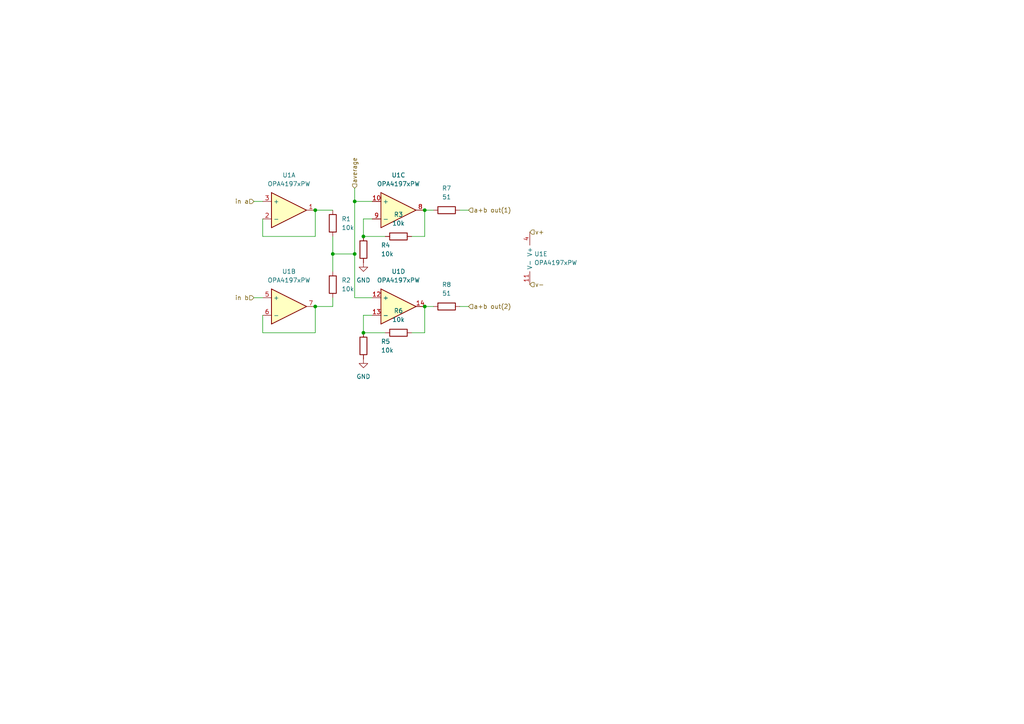
<source format=kicad_sch>
(kicad_sch (version 20230121) (generator eeschema)

  (uuid 2bea21e1-5294-43ad-95b6-b629fa49d680)

  (paper "A4")

  (lib_symbols
    (symbol "Amplifier_Operational:OPA4197xPW" (in_bom yes) (on_board yes)
      (property "Reference" "U" (at 0 3.81 0)
        (effects (font (size 1.27 1.27)) (justify left))
      )
      (property "Value" "OPA4197xPW" (at 0 -3.81 0)
        (effects (font (size 1.27 1.27)) (justify left))
      )
      (property "Footprint" "Package_SO:TSSOP-14_4.4x5mm_P0.65mm" (at 0 0 0)
        (effects (font (size 1.27 1.27)) hide)
      )
      (property "Datasheet" "http://www.ti.com/lit/ds/symlink/opa4197.pdf" (at 0 0 0)
        (effects (font (size 1.27 1.27)) hide)
      )
      (property "ki_locked" "" (at 0 0 0)
        (effects (font (size 1.27 1.27)))
      )
      (property "ki_keywords" "quad opamp rtor" (at 0 0 0)
        (effects (font (size 1.27 1.27)) hide)
      )
      (property "ki_description" "Quad 36V, Precision, Rail-to-Rail Input/Output, Low Offset Voltage, Operational Amplifier, TSSOP-14" (at 0 0 0)
        (effects (font (size 1.27 1.27)) hide)
      )
      (property "ki_fp_filters" "TSSOP*4.4x5mm*P0.65mm*" (at 0 0 0)
        (effects (font (size 1.27 1.27)) hide)
      )
      (symbol "OPA4197xPW_1_1"
        (polyline
          (pts
            (xy -5.08 5.08)
            (xy 5.08 0)
            (xy -5.08 -5.08)
            (xy -5.08 5.08)
          )
          (stroke (width 0.254) (type default))
          (fill (type background))
        )
        (pin output line (at 7.62 0 180) (length 2.54)
          (name "~" (effects (font (size 1.27 1.27))))
          (number "1" (effects (font (size 1.27 1.27))))
        )
        (pin input line (at -7.62 -2.54 0) (length 2.54)
          (name "-" (effects (font (size 1.27 1.27))))
          (number "2" (effects (font (size 1.27 1.27))))
        )
        (pin input line (at -7.62 2.54 0) (length 2.54)
          (name "+" (effects (font (size 1.27 1.27))))
          (number "3" (effects (font (size 1.27 1.27))))
        )
      )
      (symbol "OPA4197xPW_2_1"
        (polyline
          (pts
            (xy -5.08 5.08)
            (xy 5.08 0)
            (xy -5.08 -5.08)
            (xy -5.08 5.08)
          )
          (stroke (width 0.254) (type default))
          (fill (type background))
        )
        (pin input line (at -7.62 2.54 0) (length 2.54)
          (name "+" (effects (font (size 1.27 1.27))))
          (number "5" (effects (font (size 1.27 1.27))))
        )
        (pin input line (at -7.62 -2.54 0) (length 2.54)
          (name "-" (effects (font (size 1.27 1.27))))
          (number "6" (effects (font (size 1.27 1.27))))
        )
        (pin output line (at 7.62 0 180) (length 2.54)
          (name "~" (effects (font (size 1.27 1.27))))
          (number "7" (effects (font (size 1.27 1.27))))
        )
      )
      (symbol "OPA4197xPW_3_1"
        (polyline
          (pts
            (xy -5.08 5.08)
            (xy 5.08 0)
            (xy -5.08 -5.08)
            (xy -5.08 5.08)
          )
          (stroke (width 0.254) (type default))
          (fill (type background))
        )
        (pin input line (at -7.62 2.54 0) (length 2.54)
          (name "+" (effects (font (size 1.27 1.27))))
          (number "10" (effects (font (size 1.27 1.27))))
        )
        (pin output line (at 7.62 0 180) (length 2.54)
          (name "~" (effects (font (size 1.27 1.27))))
          (number "8" (effects (font (size 1.27 1.27))))
        )
        (pin input line (at -7.62 -2.54 0) (length 2.54)
          (name "-" (effects (font (size 1.27 1.27))))
          (number "9" (effects (font (size 1.27 1.27))))
        )
      )
      (symbol "OPA4197xPW_4_1"
        (polyline
          (pts
            (xy -5.08 5.08)
            (xy 5.08 0)
            (xy -5.08 -5.08)
            (xy -5.08 5.08)
          )
          (stroke (width 0.254) (type default))
          (fill (type background))
        )
        (pin input line (at -7.62 2.54 0) (length 2.54)
          (name "+" (effects (font (size 1.27 1.27))))
          (number "12" (effects (font (size 1.27 1.27))))
        )
        (pin input line (at -7.62 -2.54 0) (length 2.54)
          (name "-" (effects (font (size 1.27 1.27))))
          (number "13" (effects (font (size 1.27 1.27))))
        )
        (pin output line (at 7.62 0 180) (length 2.54)
          (name "~" (effects (font (size 1.27 1.27))))
          (number "14" (effects (font (size 1.27 1.27))))
        )
      )
      (symbol "OPA4197xPW_5_1"
        (pin power_in line (at -2.54 -7.62 90) (length 3.81)
          (name "V-" (effects (font (size 1.27 1.27))))
          (number "11" (effects (font (size 1.27 1.27))))
        )
        (pin power_in line (at -2.54 7.62 270) (length 3.81)
          (name "V+" (effects (font (size 1.27 1.27))))
          (number "4" (effects (font (size 1.27 1.27))))
        )
      )
    )
    (symbol "Device:R" (pin_numbers hide) (pin_names (offset 0)) (in_bom yes) (on_board yes)
      (property "Reference" "R" (at 2.032 0 90)
        (effects (font (size 1.27 1.27)))
      )
      (property "Value" "R" (at 0 0 90)
        (effects (font (size 1.27 1.27)))
      )
      (property "Footprint" "" (at -1.778 0 90)
        (effects (font (size 1.27 1.27)) hide)
      )
      (property "Datasheet" "~" (at 0 0 0)
        (effects (font (size 1.27 1.27)) hide)
      )
      (property "ki_keywords" "R res resistor" (at 0 0 0)
        (effects (font (size 1.27 1.27)) hide)
      )
      (property "ki_description" "Resistor" (at 0 0 0)
        (effects (font (size 1.27 1.27)) hide)
      )
      (property "ki_fp_filters" "R_*" (at 0 0 0)
        (effects (font (size 1.27 1.27)) hide)
      )
      (symbol "R_0_1"
        (rectangle (start -1.016 -2.54) (end 1.016 2.54)
          (stroke (width 0.254) (type default))
          (fill (type none))
        )
      )
      (symbol "R_1_1"
        (pin passive line (at 0 3.81 270) (length 1.27)
          (name "~" (effects (font (size 1.27 1.27))))
          (number "1" (effects (font (size 1.27 1.27))))
        )
        (pin passive line (at 0 -3.81 90) (length 1.27)
          (name "~" (effects (font (size 1.27 1.27))))
          (number "2" (effects (font (size 1.27 1.27))))
        )
      )
    )
    (symbol "power:GND" (power) (pin_names (offset 0)) (in_bom yes) (on_board yes)
      (property "Reference" "#PWR" (at 0 -6.35 0)
        (effects (font (size 1.27 1.27)) hide)
      )
      (property "Value" "GND" (at 0 -3.81 0)
        (effects (font (size 1.27 1.27)))
      )
      (property "Footprint" "" (at 0 0 0)
        (effects (font (size 1.27 1.27)) hide)
      )
      (property "Datasheet" "" (at 0 0 0)
        (effects (font (size 1.27 1.27)) hide)
      )
      (property "ki_keywords" "global power" (at 0 0 0)
        (effects (font (size 1.27 1.27)) hide)
      )
      (property "ki_description" "Power symbol creates a global label with name \"GND\" , ground" (at 0 0 0)
        (effects (font (size 1.27 1.27)) hide)
      )
      (symbol "GND_0_1"
        (polyline
          (pts
            (xy 0 0)
            (xy 0 -1.27)
            (xy 1.27 -1.27)
            (xy 0 -2.54)
            (xy -1.27 -1.27)
            (xy 0 -1.27)
          )
          (stroke (width 0) (type default))
          (fill (type none))
        )
      )
      (symbol "GND_1_1"
        (pin power_in line (at 0 0 270) (length 0) hide
          (name "GND" (effects (font (size 1.27 1.27))))
          (number "1" (effects (font (size 1.27 1.27))))
        )
      )
    )
  )

  (junction (at 105.41 68.58) (diameter 0) (color 0 0 0 0)
    (uuid 00b8d61a-bb42-40c9-8eb5-8ea60b458e21)
  )
  (junction (at 96.52 73.66) (diameter 0) (color 0 0 0 0)
    (uuid 3334edd3-7fbd-4a09-944e-1cd3f3dcc2cb)
  )
  (junction (at 123.19 88.9) (diameter 0) (color 0 0 0 0)
    (uuid 43bd4dd2-abdf-470c-b944-9342d9e5ae0e)
  )
  (junction (at 102.87 73.66) (diameter 0) (color 0 0 0 0)
    (uuid 6aeef004-2a37-4243-95ac-6444707cf98a)
  )
  (junction (at 91.44 88.9) (diameter 0) (color 0 0 0 0)
    (uuid 79faa49e-211d-4619-acb5-8db299e26726)
  )
  (junction (at 123.19 60.96) (diameter 0) (color 0 0 0 0)
    (uuid 8856349b-71d7-48b5-9472-1d864a730623)
  )
  (junction (at 102.87 58.42) (diameter 0) (color 0 0 0 0)
    (uuid 9d918ee7-8ddd-4ff0-8783-28e9381f462b)
  )
  (junction (at 91.44 60.96) (diameter 0) (color 0 0 0 0)
    (uuid ca6b7ac3-bae2-4731-ab0b-b71c067853f7)
  )
  (junction (at 105.41 96.52) (diameter 0) (color 0 0 0 0)
    (uuid cea502ce-f9af-4960-b4fd-b4130a7c55ed)
  )

  (wire (pts (xy 119.38 68.58) (xy 123.19 68.58))
    (stroke (width 0) (type default))
    (uuid 0071c6e4-8955-4709-a3cb-5406752744d1)
  )
  (wire (pts (xy 102.87 58.42) (xy 102.87 73.66))
    (stroke (width 0) (type default))
    (uuid 019479b6-b8ef-41b1-acd4-afa993f52c9e)
  )
  (wire (pts (xy 91.44 68.58) (xy 91.44 60.96))
    (stroke (width 0) (type default))
    (uuid 127cf926-3e71-4737-b576-092429596117)
  )
  (wire (pts (xy 91.44 96.52) (xy 91.44 88.9))
    (stroke (width 0) (type default))
    (uuid 22350d1d-b874-4a93-b253-811508870488)
  )
  (wire (pts (xy 91.44 88.9) (xy 96.52 88.9))
    (stroke (width 0) (type default))
    (uuid 32483946-a525-428c-9531-548f9a71ba6d)
  )
  (wire (pts (xy 123.19 96.52) (xy 123.19 88.9))
    (stroke (width 0) (type default))
    (uuid 3637e82b-2ee1-4247-b184-8ddacbd9505a)
  )
  (wire (pts (xy 76.2 63.5) (xy 76.2 68.58))
    (stroke (width 0) (type default))
    (uuid 3afa37ac-1c35-4d0f-b5ff-6c7c13e4cb30)
  )
  (wire (pts (xy 96.52 88.9) (xy 96.52 86.36))
    (stroke (width 0) (type default))
    (uuid 4316515b-9596-416b-8c85-d730221b04e2)
  )
  (wire (pts (xy 91.44 60.96) (xy 96.52 60.96))
    (stroke (width 0) (type default))
    (uuid 489bfb88-6e43-4ba7-9361-77631f9dddaf)
  )
  (wire (pts (xy 107.95 63.5) (xy 105.41 63.5))
    (stroke (width 0) (type default))
    (uuid 48a18e80-ba51-48ed-9097-22b98e9db4e5)
  )
  (wire (pts (xy 105.41 68.58) (xy 111.76 68.58))
    (stroke (width 0) (type default))
    (uuid 491aadb1-c49b-439e-8e3c-9df2d27b9d2c)
  )
  (wire (pts (xy 123.19 60.96) (xy 123.19 68.58))
    (stroke (width 0) (type default))
    (uuid 4b0d7b85-3166-4647-bf17-c139b8eba6b9)
  )
  (wire (pts (xy 73.66 86.36) (xy 76.2 86.36))
    (stroke (width 0) (type default))
    (uuid 4fa086bb-9660-4bca-ba4f-17962bbd60cb)
  )
  (wire (pts (xy 96.52 73.66) (xy 96.52 78.74))
    (stroke (width 0) (type default))
    (uuid 5fc25b6c-1866-46d3-826e-7094de2f372a)
  )
  (wire (pts (xy 135.89 88.9) (xy 133.35 88.9))
    (stroke (width 0) (type default))
    (uuid 6533b4b5-d1e8-462a-bcd0-cc7058115fd5)
  )
  (wire (pts (xy 96.52 68.58) (xy 96.52 73.66))
    (stroke (width 0) (type default))
    (uuid 71112b07-8805-46e2-a747-28db1b3dd43c)
  )
  (wire (pts (xy 102.87 73.66) (xy 102.87 86.36))
    (stroke (width 0) (type default))
    (uuid 765c1727-c43e-4aa3-b406-cfa7dfa617ae)
  )
  (wire (pts (xy 105.41 96.52) (xy 111.76 96.52))
    (stroke (width 0) (type default))
    (uuid 766fc0a7-1bed-4a9a-9fb0-b98d458bf573)
  )
  (wire (pts (xy 73.66 58.42) (xy 76.2 58.42))
    (stroke (width 0) (type default))
    (uuid 801777ba-3ee9-42cb-8168-04dd5df22f78)
  )
  (wire (pts (xy 107.95 91.44) (xy 105.41 91.44))
    (stroke (width 0) (type default))
    (uuid a07cb2d2-304c-44a1-8193-ce34cc81cf92)
  )
  (wire (pts (xy 76.2 68.58) (xy 91.44 68.58))
    (stroke (width 0) (type default))
    (uuid a284ec91-c116-4510-89d8-6a4c23724f43)
  )
  (wire (pts (xy 135.89 60.96) (xy 133.35 60.96))
    (stroke (width 0) (type default))
    (uuid a6716d03-f82e-4af7-bae8-311bc19b9a0d)
  )
  (wire (pts (xy 76.2 91.44) (xy 76.2 96.52))
    (stroke (width 0) (type default))
    (uuid abf7a5c7-b266-446d-b39e-dc8c0fbdda68)
  )
  (wire (pts (xy 102.87 54.61) (xy 102.87 58.42))
    (stroke (width 0) (type default))
    (uuid b03cc654-9309-4ccf-9ea3-c96bd70c8eee)
  )
  (wire (pts (xy 119.38 96.52) (xy 123.19 96.52))
    (stroke (width 0) (type default))
    (uuid ba4642df-e58c-4a8b-9659-9619c0a3d52e)
  )
  (wire (pts (xy 105.41 63.5) (xy 105.41 68.58))
    (stroke (width 0) (type default))
    (uuid bbe1d955-e85e-4534-820b-5c81e38c3920)
  )
  (wire (pts (xy 125.73 60.96) (xy 123.19 60.96))
    (stroke (width 0) (type default))
    (uuid cd7416e3-d418-46e3-b809-7d1b73db3800)
  )
  (wire (pts (xy 102.87 86.36) (xy 107.95 86.36))
    (stroke (width 0) (type default))
    (uuid da1c88ce-9cc9-498b-ab5d-465175baad59)
  )
  (wire (pts (xy 76.2 96.52) (xy 91.44 96.52))
    (stroke (width 0) (type default))
    (uuid dd0e3074-2534-4839-8c0f-9bbde897fd77)
  )
  (wire (pts (xy 105.41 91.44) (xy 105.41 96.52))
    (stroke (width 0) (type default))
    (uuid e4cd0df4-784e-4d2a-a8b8-b8433d993bc1)
  )
  (wire (pts (xy 102.87 58.42) (xy 107.95 58.42))
    (stroke (width 0) (type default))
    (uuid e6b248e1-cf3a-4a6c-a5af-6f29ac350926)
  )
  (wire (pts (xy 96.52 73.66) (xy 102.87 73.66))
    (stroke (width 0) (type default))
    (uuid e93b3cd9-aa0b-41b8-a967-a806af7f0332)
  )
  (wire (pts (xy 125.73 88.9) (xy 123.19 88.9))
    (stroke (width 0) (type default))
    (uuid f04b0896-b0f5-4970-ad9c-6cd483cdb3db)
  )

  (hierarchical_label "average" (shape input) (at 102.87 54.61 90) (fields_autoplaced)
    (effects (font (size 1.27 1.27)) (justify left))
    (uuid 0e3fa33a-c5d5-40d5-9b24-fc4b4b070513)
  )
  (hierarchical_label "a+b out(1)" (shape input) (at 135.89 60.96 0) (fields_autoplaced)
    (effects (font (size 1.27 1.27)) (justify left))
    (uuid 51a2e56a-bf8b-4ab4-b025-b92a0d340a46)
  )
  (hierarchical_label "v+" (shape input) (at 153.67 67.31 0) (fields_autoplaced)
    (effects (font (size 1.27 1.27)) (justify left))
    (uuid 89bcbf6e-25cd-406c-92e9-b2fabeb079ba)
  )
  (hierarchical_label "v-" (shape input) (at 153.67 82.55 0) (fields_autoplaced)
    (effects (font (size 1.27 1.27)) (justify left))
    (uuid 8a699cf7-2f0f-484e-a400-659988001b83)
  )
  (hierarchical_label "in b" (shape input) (at 73.66 86.36 180) (fields_autoplaced)
    (effects (font (size 1.27 1.27)) (justify right))
    (uuid 9cf6ec65-360e-40c9-ad13-6a5f3c1aa432)
  )
  (hierarchical_label "in a" (shape input) (at 73.66 58.42 180) (fields_autoplaced)
    (effects (font (size 1.27 1.27)) (justify right))
    (uuid a72638cf-8808-4370-a988-675c98710605)
  )
  (hierarchical_label "a+b out(2)" (shape input) (at 135.89 88.9 0) (fields_autoplaced)
    (effects (font (size 1.27 1.27)) (justify left))
    (uuid f3c63869-2079-4338-bbf8-641f9b31d512)
  )

  (symbol (lib_id "power:GND") (at 105.41 104.14 0) (unit 1)
    (in_bom yes) (on_board yes) (dnp no) (fields_autoplaced)
    (uuid 06fc464b-9d24-4c97-b16c-05c05dd45e53)
    (property "Reference" "#PWR02" (at 105.41 110.49 0)
      (effects (font (size 1.27 1.27)) hide)
    )
    (property "Value" "GND" (at 105.41 109.22 0)
      (effects (font (size 1.27 1.27)))
    )
    (property "Footprint" "" (at 105.41 104.14 0)
      (effects (font (size 1.27 1.27)) hide)
    )
    (property "Datasheet" "" (at 105.41 104.14 0)
      (effects (font (size 1.27 1.27)) hide)
    )
    (pin "1" (uuid 867ca40a-19cc-491c-8b8f-a1d9e79ba010))
    (instances
      (project "mult"
        (path "/0e98ec4b-b4c7-447c-abd7-a761177a7f67/2249c80e-b931-4fee-ab04-d512ceb5f269"
          (reference "#PWR02") (unit 1)
        )
      )
    )
  )

  (symbol (lib_id "Amplifier_Operational:OPA4197xPW") (at 115.57 60.96 0) (unit 3)
    (in_bom yes) (on_board yes) (dnp no) (fields_autoplaced)
    (uuid 0f021168-df26-45c9-8b90-d8a57bb832bc)
    (property "Reference" "U1" (at 115.57 50.8 0)
      (effects (font (size 1.27 1.27)))
    )
    (property "Value" "OPA4197xPW" (at 115.57 53.34 0)
      (effects (font (size 1.27 1.27)))
    )
    (property "Footprint" "Package_SO:TSSOP-14_4.4x5mm_P0.65mm" (at 115.57 60.96 0)
      (effects (font (size 1.27 1.27)) hide)
    )
    (property "Datasheet" "http://www.ti.com/lit/ds/symlink/opa4197.pdf" (at 115.57 60.96 0)
      (effects (font (size 1.27 1.27)) hide)
    )
    (pin "1" (uuid ca043c08-1059-4608-a1a9-56265cdf2dbc))
    (pin "2" (uuid ca00beaa-3e0d-43e2-bb63-808d9382deab))
    (pin "3" (uuid 7b8eda44-b921-4309-8765-5b69bfdd0d48))
    (pin "5" (uuid bab3d3e1-9505-48f7-bdbb-4a4f45beaa39))
    (pin "6" (uuid 90c9489b-71e7-4148-b71b-162d3ab637f0))
    (pin "7" (uuid f6e85944-7d8b-493a-a370-e0bd46d0213b))
    (pin "10" (uuid 27a757da-d38f-4c10-8ad2-acfa38df3180))
    (pin "8" (uuid 93b5fa58-be23-4a28-a633-e8c11a1ec7a9))
    (pin "9" (uuid 97908437-6eab-4394-97b7-4790b7de35cf))
    (pin "12" (uuid 3376bd29-5a16-4e19-8659-214b81123f8e))
    (pin "13" (uuid 07bb1f4e-5aef-468b-a957-6914699ae0ef))
    (pin "14" (uuid 9983b029-5c58-4f80-a33e-6b699a8eb5b9))
    (pin "11" (uuid f6919aaa-f93a-4860-92e2-b10c1bf3eedd))
    (pin "4" (uuid 39e67d62-a167-4afe-9ee0-95e6c5897922))
    (instances
      (project "mult"
        (path "/0e98ec4b-b4c7-447c-abd7-a761177a7f67/2249c80e-b931-4fee-ab04-d512ceb5f269"
          (reference "U1") (unit 3)
        )
      )
    )
  )

  (symbol (lib_id "Amplifier_Operational:OPA4197xPW") (at 83.82 60.96 0) (unit 1)
    (in_bom yes) (on_board yes) (dnp no) (fields_autoplaced)
    (uuid 25a1a4c9-ce3b-414d-ac44-35d0b527cad9)
    (property "Reference" "U1" (at 83.82 50.8 0)
      (effects (font (size 1.27 1.27)))
    )
    (property "Value" "OPA4197xPW" (at 83.82 53.34 0)
      (effects (font (size 1.27 1.27)))
    )
    (property "Footprint" "Package_SO:TSSOP-14_4.4x5mm_P0.65mm" (at 83.82 60.96 0)
      (effects (font (size 1.27 1.27)) hide)
    )
    (property "Datasheet" "http://www.ti.com/lit/ds/symlink/opa4197.pdf" (at 83.82 60.96 0)
      (effects (font (size 1.27 1.27)) hide)
    )
    (pin "1" (uuid 59dca13f-962c-4909-bcac-bcac06b8b526))
    (pin "2" (uuid a675039d-353e-49d9-ae19-74070385044d))
    (pin "3" (uuid 8227fed4-ef64-4e55-a23a-39b9b3a422e1))
    (pin "5" (uuid 89c1e5da-20fd-4d9a-8fac-45517901f272))
    (pin "6" (uuid 288c4e3b-97a1-4916-a75a-d6fa4a52de5f))
    (pin "7" (uuid a9fd13ac-5528-4443-9454-da4ad8cfedeb))
    (pin "10" (uuid ef9b9b90-5977-438b-9f08-c3ded98098cd))
    (pin "8" (uuid fd7806b5-1e1c-4240-86b6-8761ae3ff29c))
    (pin "9" (uuid 88331178-1a27-4d50-9c92-56b8252bb683))
    (pin "12" (uuid 88535947-127a-4545-a7e3-d9880cf40f0c))
    (pin "13" (uuid 658fdd2a-15ce-4502-bf60-ad4279e13b9b))
    (pin "14" (uuid b4f2e477-969a-4a6d-9a8d-c7beba4695f7))
    (pin "11" (uuid 22271116-eb37-4a49-9e44-66a612c8c832))
    (pin "4" (uuid 992b8e35-ac7a-4e1a-a317-dadbb8233afc))
    (instances
      (project "mult"
        (path "/0e98ec4b-b4c7-447c-abd7-a761177a7f67/2249c80e-b931-4fee-ab04-d512ceb5f269"
          (reference "U1") (unit 1)
        )
      )
    )
  )

  (symbol (lib_id "Device:R") (at 96.52 82.55 0) (unit 1)
    (in_bom yes) (on_board yes) (dnp no) (fields_autoplaced)
    (uuid 270860db-75ba-466e-a1bf-0eb68384470e)
    (property "Reference" "R2" (at 99.06 81.28 0)
      (effects (font (size 1.27 1.27)) (justify left))
    )
    (property "Value" "10k" (at 99.06 83.82 0)
      (effects (font (size 1.27 1.27)) (justify left))
    )
    (property "Footprint" "" (at 94.742 82.55 90)
      (effects (font (size 1.27 1.27)) hide)
    )
    (property "Datasheet" "~" (at 96.52 82.55 0)
      (effects (font (size 1.27 1.27)) hide)
    )
    (pin "1" (uuid e517a5d0-98e3-48d2-a703-b2936257dc6a))
    (pin "2" (uuid c8c7d37b-ddd2-4fc5-94ed-999edf224ea6))
    (instances
      (project "mult"
        (path "/0e98ec4b-b4c7-447c-abd7-a761177a7f67/2249c80e-b931-4fee-ab04-d512ceb5f269"
          (reference "R2") (unit 1)
        )
      )
    )
  )

  (symbol (lib_id "Device:R") (at 129.54 60.96 90) (unit 1)
    (in_bom yes) (on_board yes) (dnp no) (fields_autoplaced)
    (uuid 4c9458f1-2ba6-419e-80c4-1cfaa444f03e)
    (property "Reference" "R7" (at 129.54 54.61 90)
      (effects (font (size 1.27 1.27)))
    )
    (property "Value" "51" (at 129.54 57.15 90)
      (effects (font (size 1.27 1.27)))
    )
    (property "Footprint" "" (at 129.54 62.738 90)
      (effects (font (size 1.27 1.27)) hide)
    )
    (property "Datasheet" "~" (at 129.54 60.96 0)
      (effects (font (size 1.27 1.27)) hide)
    )
    (pin "1" (uuid dd55e7c5-ccb2-41e1-93a6-701e10cb4aa0))
    (pin "2" (uuid 9cb5c4fd-48d9-48b0-bd6f-859dec19b38e))
    (instances
      (project "mult"
        (path "/0e98ec4b-b4c7-447c-abd7-a761177a7f67/2249c80e-b931-4fee-ab04-d512ceb5f269"
          (reference "R7") (unit 1)
        )
      )
    )
  )

  (symbol (lib_id "Device:R") (at 96.52 64.77 0) (unit 1)
    (in_bom yes) (on_board yes) (dnp no) (fields_autoplaced)
    (uuid 4fbfd3a8-f3fb-4e63-a408-dd56e9d5a228)
    (property "Reference" "R1" (at 99.06 63.5 0)
      (effects (font (size 1.27 1.27)) (justify left))
    )
    (property "Value" "10k" (at 99.06 66.04 0)
      (effects (font (size 1.27 1.27)) (justify left))
    )
    (property "Footprint" "" (at 94.742 64.77 90)
      (effects (font (size 1.27 1.27)) hide)
    )
    (property "Datasheet" "~" (at 96.52 64.77 0)
      (effects (font (size 1.27 1.27)) hide)
    )
    (pin "1" (uuid 540dafd2-3c21-485e-a435-d88ffdd4b7bf))
    (pin "2" (uuid 917a80ed-12a7-4e96-a603-b68b9c80847e))
    (instances
      (project "mult"
        (path "/0e98ec4b-b4c7-447c-abd7-a761177a7f67/2249c80e-b931-4fee-ab04-d512ceb5f269"
          (reference "R1") (unit 1)
        )
      )
    )
  )

  (symbol (lib_id "Device:R") (at 105.41 72.39 180) (unit 1)
    (in_bom yes) (on_board yes) (dnp no)
    (uuid 5037b281-8ffe-45b5-afa2-728008f95333)
    (property "Reference" "R4" (at 110.49 71.12 0)
      (effects (font (size 1.27 1.27)) (justify right))
    )
    (property "Value" "10k" (at 110.49 73.66 0)
      (effects (font (size 1.27 1.27)) (justify right))
    )
    (property "Footprint" "" (at 107.188 72.39 90)
      (effects (font (size 1.27 1.27)) hide)
    )
    (property "Datasheet" "~" (at 105.41 72.39 0)
      (effects (font (size 1.27 1.27)) hide)
    )
    (pin "1" (uuid 27f6e526-bb45-483c-a64d-b4fcf028fe05))
    (pin "2" (uuid bcc7b642-2898-4bc7-af90-9a2c08343d52))
    (instances
      (project "mult"
        (path "/0e98ec4b-b4c7-447c-abd7-a761177a7f67/2249c80e-b931-4fee-ab04-d512ceb5f269"
          (reference "R4") (unit 1)
        )
      )
    )
  )

  (symbol (lib_id "Amplifier_Operational:OPA4197xPW") (at 115.57 88.9 0) (unit 4)
    (in_bom yes) (on_board yes) (dnp no) (fields_autoplaced)
    (uuid 54897355-59d9-4b37-b090-b4356408b9a6)
    (property "Reference" "U1" (at 115.57 78.74 0)
      (effects (font (size 1.27 1.27)))
    )
    (property "Value" "OPA4197xPW" (at 115.57 81.28 0)
      (effects (font (size 1.27 1.27)))
    )
    (property "Footprint" "Package_SO:TSSOP-14_4.4x5mm_P0.65mm" (at 115.57 88.9 0)
      (effects (font (size 1.27 1.27)) hide)
    )
    (property "Datasheet" "http://www.ti.com/lit/ds/symlink/opa4197.pdf" (at 115.57 88.9 0)
      (effects (font (size 1.27 1.27)) hide)
    )
    (pin "1" (uuid a7c76981-efa5-47bf-a322-baf6bf81064c))
    (pin "2" (uuid d770a594-6249-47fc-a618-4c428d9e65e2))
    (pin "3" (uuid 80da1228-71ae-4e52-a29e-4dd303bf69f3))
    (pin "5" (uuid 23ef0fc6-d034-4f8c-be88-c3d0192b8e02))
    (pin "6" (uuid 29f6adfe-9576-400f-84b2-f2e44cf8efe8))
    (pin "7" (uuid 7d460edd-f854-4757-ac6a-3f362edd3969))
    (pin "10" (uuid 1fd955b5-c9dd-48c6-9588-ee67cda38b7a))
    (pin "8" (uuid d62042ef-95e2-4a6d-ad82-0ee3c2d3f468))
    (pin "9" (uuid 7b86acd4-e007-4106-9852-dfdfa6330947))
    (pin "12" (uuid 4c3295be-c9f7-4dd6-ab9d-039792a476a0))
    (pin "13" (uuid 7474d634-3f4b-4fc4-bdd8-bbbda85a368c))
    (pin "14" (uuid b117777a-7f2b-42c7-9548-a907bce1aed8))
    (pin "11" (uuid 185e922f-c447-465c-98db-ad9c5b40b798))
    (pin "4" (uuid 813c5e46-f442-4e39-8909-1c0f6125d6ba))
    (instances
      (project "mult"
        (path "/0e98ec4b-b4c7-447c-abd7-a761177a7f67/2249c80e-b931-4fee-ab04-d512ceb5f269"
          (reference "U1") (unit 4)
        )
      )
    )
  )

  (symbol (lib_id "Device:R") (at 115.57 96.52 90) (unit 1)
    (in_bom yes) (on_board yes) (dnp no) (fields_autoplaced)
    (uuid 9c22708e-e52d-4ce7-bc63-71a1e2f691fb)
    (property "Reference" "R6" (at 115.57 90.17 90)
      (effects (font (size 1.27 1.27)))
    )
    (property "Value" "10k" (at 115.57 92.71 90)
      (effects (font (size 1.27 1.27)))
    )
    (property "Footprint" "" (at 115.57 98.298 90)
      (effects (font (size 1.27 1.27)) hide)
    )
    (property "Datasheet" "~" (at 115.57 96.52 0)
      (effects (font (size 1.27 1.27)) hide)
    )
    (pin "1" (uuid 8528cb69-d939-4eb1-96fd-e0f0c7566e67))
    (pin "2" (uuid b9870c8a-f0d9-4aeb-a176-33a965d8ab42))
    (instances
      (project "mult"
        (path "/0e98ec4b-b4c7-447c-abd7-a761177a7f67/2249c80e-b931-4fee-ab04-d512ceb5f269"
          (reference "R6") (unit 1)
        )
      )
    )
  )

  (symbol (lib_id "Amplifier_Operational:OPA4197xPW") (at 83.82 88.9 0) (unit 2)
    (in_bom yes) (on_board yes) (dnp no) (fields_autoplaced)
    (uuid a193049b-5b99-43d5-81d4-e0b021f7db9f)
    (property "Reference" "U1" (at 83.82 78.74 0)
      (effects (font (size 1.27 1.27)))
    )
    (property "Value" "OPA4197xPW" (at 83.82 81.28 0)
      (effects (font (size 1.27 1.27)))
    )
    (property "Footprint" "Package_SO:TSSOP-14_4.4x5mm_P0.65mm" (at 83.82 88.9 0)
      (effects (font (size 1.27 1.27)) hide)
    )
    (property "Datasheet" "http://www.ti.com/lit/ds/symlink/opa4197.pdf" (at 83.82 88.9 0)
      (effects (font (size 1.27 1.27)) hide)
    )
    (pin "1" (uuid b2916b84-41bd-452c-9356-1cd232e7af10))
    (pin "2" (uuid cba76466-0884-4dd9-93b8-14b2cb87b2a7))
    (pin "3" (uuid 4ae84abc-9145-49c9-829d-cdf60fd329cc))
    (pin "5" (uuid bad1f4b4-601f-4fad-b8d1-c51ac8105e81))
    (pin "6" (uuid a7c3969c-3c08-4909-a60d-9e702f1d0395))
    (pin "7" (uuid 30fe0179-ab64-4ed0-81f5-87b72864c407))
    (pin "10" (uuid 5b3c03cf-a018-43bd-ab06-4df38d22420f))
    (pin "8" (uuid 1634371a-3220-4c8b-9835-b713a58c77bb))
    (pin "9" (uuid 594b9cc9-8a55-4a04-b135-8001b87a3bf9))
    (pin "12" (uuid 55bf1f5e-bbe5-4fd6-a129-1370e764f054))
    (pin "13" (uuid 1da5b22d-a21d-4f77-9981-5ae50bd76964))
    (pin "14" (uuid 4b255ec3-72cc-4c3c-b474-4bae9f40110c))
    (pin "11" (uuid 892b6a92-85f1-4da8-bd96-6d50d98f332f))
    (pin "4" (uuid d737603a-b3ca-4082-b7f3-ae24b72a2a79))
    (instances
      (project "mult"
        (path "/0e98ec4b-b4c7-447c-abd7-a761177a7f67/2249c80e-b931-4fee-ab04-d512ceb5f269"
          (reference "U1") (unit 2)
        )
      )
    )
  )

  (symbol (lib_id "Device:R") (at 129.54 88.9 90) (unit 1)
    (in_bom yes) (on_board yes) (dnp no) (fields_autoplaced)
    (uuid a36a7c27-a637-4a1f-ae67-2d2043498642)
    (property "Reference" "R8" (at 129.54 82.55 90)
      (effects (font (size 1.27 1.27)))
    )
    (property "Value" "51" (at 129.54 85.09 90)
      (effects (font (size 1.27 1.27)))
    )
    (property "Footprint" "" (at 129.54 90.678 90)
      (effects (font (size 1.27 1.27)) hide)
    )
    (property "Datasheet" "~" (at 129.54 88.9 0)
      (effects (font (size 1.27 1.27)) hide)
    )
    (pin "1" (uuid 5e26d5e2-6d4f-41db-877f-c68876d0074f))
    (pin "2" (uuid 22309a24-6faf-4e2c-b1a4-f7ba13f3a6a3))
    (instances
      (project "mult"
        (path "/0e98ec4b-b4c7-447c-abd7-a761177a7f67/2249c80e-b931-4fee-ab04-d512ceb5f269"
          (reference "R8") (unit 1)
        )
      )
    )
  )

  (symbol (lib_id "power:GND") (at 105.41 76.2 0) (unit 1)
    (in_bom yes) (on_board yes) (dnp no) (fields_autoplaced)
    (uuid aa41ce88-8888-4d15-a7ef-ba365ea34b2f)
    (property "Reference" "#PWR01" (at 105.41 82.55 0)
      (effects (font (size 1.27 1.27)) hide)
    )
    (property "Value" "GND" (at 105.41 81.28 0)
      (effects (font (size 1.27 1.27)))
    )
    (property "Footprint" "" (at 105.41 76.2 0)
      (effects (font (size 1.27 1.27)) hide)
    )
    (property "Datasheet" "" (at 105.41 76.2 0)
      (effects (font (size 1.27 1.27)) hide)
    )
    (pin "1" (uuid 00bedaf0-586d-4e73-8cbb-30dd5d86886c))
    (instances
      (project "mult"
        (path "/0e98ec4b-b4c7-447c-abd7-a761177a7f67/2249c80e-b931-4fee-ab04-d512ceb5f269"
          (reference "#PWR01") (unit 1)
        )
      )
    )
  )

  (symbol (lib_id "Amplifier_Operational:OPA4197xPW") (at 156.21 74.93 0) (unit 5)
    (in_bom yes) (on_board yes) (dnp no)
    (uuid b35a32a5-e38b-4ee1-9fe1-928e21d89304)
    (property "Reference" "U1" (at 154.94 73.66 0)
      (effects (font (size 1.27 1.27)) (justify left))
    )
    (property "Value" "OPA4197xPW" (at 154.94 76.2 0)
      (effects (font (size 1.27 1.27)) (justify left))
    )
    (property "Footprint" "Package_SO:TSSOP-14_4.4x5mm_P0.65mm" (at 156.21 74.93 0)
      (effects (font (size 1.27 1.27)) hide)
    )
    (property "Datasheet" "http://www.ti.com/lit/ds/symlink/opa4197.pdf" (at 156.21 74.93 0)
      (effects (font (size 1.27 1.27)) hide)
    )
    (pin "1" (uuid ec81093b-0638-41e4-a00b-1e62ec6eab9e))
    (pin "2" (uuid f7abc75f-7396-49c2-9b52-f043487dde8d))
    (pin "3" (uuid ef14610c-5464-4d20-8fcc-eaf3dff36b66))
    (pin "5" (uuid 1aec2d3f-76c5-403e-a0e8-a92f0266c5e0))
    (pin "6" (uuid 2337a7f7-2b02-4331-be00-9e9493f0f8c8))
    (pin "7" (uuid b345d46f-d937-4d89-ab32-950ca9d012c4))
    (pin "10" (uuid c5398a2b-796c-4287-920a-9fa188b3cf39))
    (pin "8" (uuid 78a49b5a-8e0f-4b51-8351-46820d77f4dc))
    (pin "9" (uuid 3ea8cd53-cc1b-47cc-86c9-785b3c02f6d8))
    (pin "12" (uuid 1156d9b0-b53e-4c35-af0c-b925248eb53b))
    (pin "13" (uuid 8cd3b410-d6d0-4a5a-b012-1df77cd9255f))
    (pin "14" (uuid 1ad82263-6114-4640-8865-9dcb6f42587c))
    (pin "11" (uuid b450892d-70a8-44e5-b58a-494f654d5e57))
    (pin "4" (uuid 3fc2049f-76e1-42b0-8042-155f4d7da076))
    (instances
      (project "mult"
        (path "/0e98ec4b-b4c7-447c-abd7-a761177a7f67/2249c80e-b931-4fee-ab04-d512ceb5f269"
          (reference "U1") (unit 5)
        )
      )
    )
  )

  (symbol (lib_id "Device:R") (at 105.41 100.33 180) (unit 1)
    (in_bom yes) (on_board yes) (dnp no)
    (uuid bfbb7e69-b332-49dd-a6e7-7cbe8be20f30)
    (property "Reference" "R5" (at 110.49 99.06 0)
      (effects (font (size 1.27 1.27)) (justify right))
    )
    (property "Value" "10k" (at 110.49 101.6 0)
      (effects (font (size 1.27 1.27)) (justify right))
    )
    (property "Footprint" "" (at 107.188 100.33 90)
      (effects (font (size 1.27 1.27)) hide)
    )
    (property "Datasheet" "~" (at 105.41 100.33 0)
      (effects (font (size 1.27 1.27)) hide)
    )
    (pin "1" (uuid acd55b19-1ab2-4618-b10f-54e9512cf3fd))
    (pin "2" (uuid e45b6870-bc2c-4a4e-881c-da619e36644e))
    (instances
      (project "mult"
        (path "/0e98ec4b-b4c7-447c-abd7-a761177a7f67/2249c80e-b931-4fee-ab04-d512ceb5f269"
          (reference "R5") (unit 1)
        )
      )
    )
  )

  (symbol (lib_id "Device:R") (at 115.57 68.58 90) (unit 1)
    (in_bom yes) (on_board yes) (dnp no) (fields_autoplaced)
    (uuid d197ec60-a12d-4da6-8f96-ee5fd580f3e3)
    (property "Reference" "R3" (at 115.57 62.23 90)
      (effects (font (size 1.27 1.27)))
    )
    (property "Value" "10k" (at 115.57 64.77 90)
      (effects (font (size 1.27 1.27)))
    )
    (property "Footprint" "" (at 115.57 70.358 90)
      (effects (font (size 1.27 1.27)) hide)
    )
    (property "Datasheet" "~" (at 115.57 68.58 0)
      (effects (font (size 1.27 1.27)) hide)
    )
    (pin "1" (uuid 273cf93e-de68-419a-8a9b-5186647969fd))
    (pin "2" (uuid 89605c81-9d31-4f83-8dd9-5f46fb5f4cce))
    (instances
      (project "mult"
        (path "/0e98ec4b-b4c7-447c-abd7-a761177a7f67/2249c80e-b931-4fee-ab04-d512ceb5f269"
          (reference "R3") (unit 1)
        )
      )
    )
  )
)

</source>
